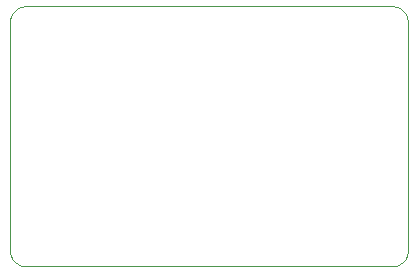
<source format=gbo>
G75*
G70*
%OFA0B0*%
%FSLAX24Y24*%
%IPPOS*%
%LPD*%
%AMOC8*
5,1,8,0,0,1.08239X$1,22.5*
%
%ADD10C,0.0020*%
D10*
X006654Y000650D02*
X006654Y008311D01*
X006656Y008355D01*
X006662Y008398D01*
X006671Y008440D01*
X006684Y008482D01*
X006701Y008522D01*
X006721Y008561D01*
X006744Y008598D01*
X006771Y008632D01*
X006800Y008665D01*
X006833Y008694D01*
X006867Y008721D01*
X006904Y008744D01*
X006943Y008764D01*
X006983Y008781D01*
X007025Y008794D01*
X007067Y008803D01*
X007110Y008809D01*
X007154Y008811D01*
X019402Y008811D01*
X019446Y008809D01*
X019489Y008803D01*
X019531Y008794D01*
X019573Y008781D01*
X019613Y008764D01*
X019652Y008744D01*
X019689Y008721D01*
X019723Y008694D01*
X019756Y008665D01*
X019785Y008632D01*
X019812Y008598D01*
X019835Y008561D01*
X019855Y008522D01*
X019872Y008482D01*
X019885Y008440D01*
X019894Y008398D01*
X019900Y008355D01*
X019902Y008311D01*
X019902Y000650D01*
X019900Y000606D01*
X019894Y000563D01*
X019885Y000521D01*
X019872Y000479D01*
X019855Y000439D01*
X019835Y000400D01*
X019812Y000363D01*
X019785Y000329D01*
X019756Y000296D01*
X019723Y000267D01*
X019689Y000240D01*
X019652Y000217D01*
X019613Y000197D01*
X019573Y000180D01*
X019531Y000167D01*
X019489Y000158D01*
X019446Y000152D01*
X019402Y000150D01*
X007154Y000150D01*
X007110Y000152D01*
X007067Y000158D01*
X007025Y000167D01*
X006983Y000180D01*
X006943Y000197D01*
X006904Y000217D01*
X006867Y000240D01*
X006833Y000267D01*
X006800Y000296D01*
X006771Y000329D01*
X006744Y000363D01*
X006721Y000400D01*
X006701Y000439D01*
X006684Y000479D01*
X006671Y000521D01*
X006662Y000563D01*
X006656Y000606D01*
X006654Y000650D01*
M02*

</source>
